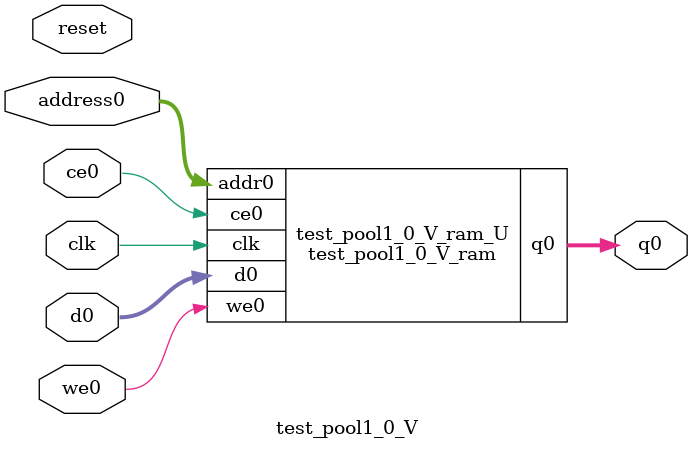
<source format=v>
`timescale 1 ns / 1 ps
module test_pool1_0_V_ram (addr0, ce0, d0, we0, q0,  clk);

parameter DWIDTH = 4;
parameter AWIDTH = 18;
parameter MEM_SIZE = 204800;

input[AWIDTH-1:0] addr0;
input ce0;
input[DWIDTH-1:0] d0;
input we0;
output reg[DWIDTH-1:0] q0;
input clk;

(* ram_style = "block" *)reg [DWIDTH-1:0] ram[0:MEM_SIZE-1];




always @(posedge clk)  
begin 
    if (ce0) begin
        if (we0) 
            ram[addr0] <= d0; 
        q0 <= ram[addr0];
    end
end


endmodule

`timescale 1 ns / 1 ps
module test_pool1_0_V(
    reset,
    clk,
    address0,
    ce0,
    we0,
    d0,
    q0);

parameter DataWidth = 32'd4;
parameter AddressRange = 32'd204800;
parameter AddressWidth = 32'd18;
input reset;
input clk;
input[AddressWidth - 1:0] address0;
input ce0;
input we0;
input[DataWidth - 1:0] d0;
output[DataWidth - 1:0] q0;



test_pool1_0_V_ram test_pool1_0_V_ram_U(
    .clk( clk ),
    .addr0( address0 ),
    .ce0( ce0 ),
    .we0( we0 ),
    .d0( d0 ),
    .q0( q0 ));

endmodule


</source>
